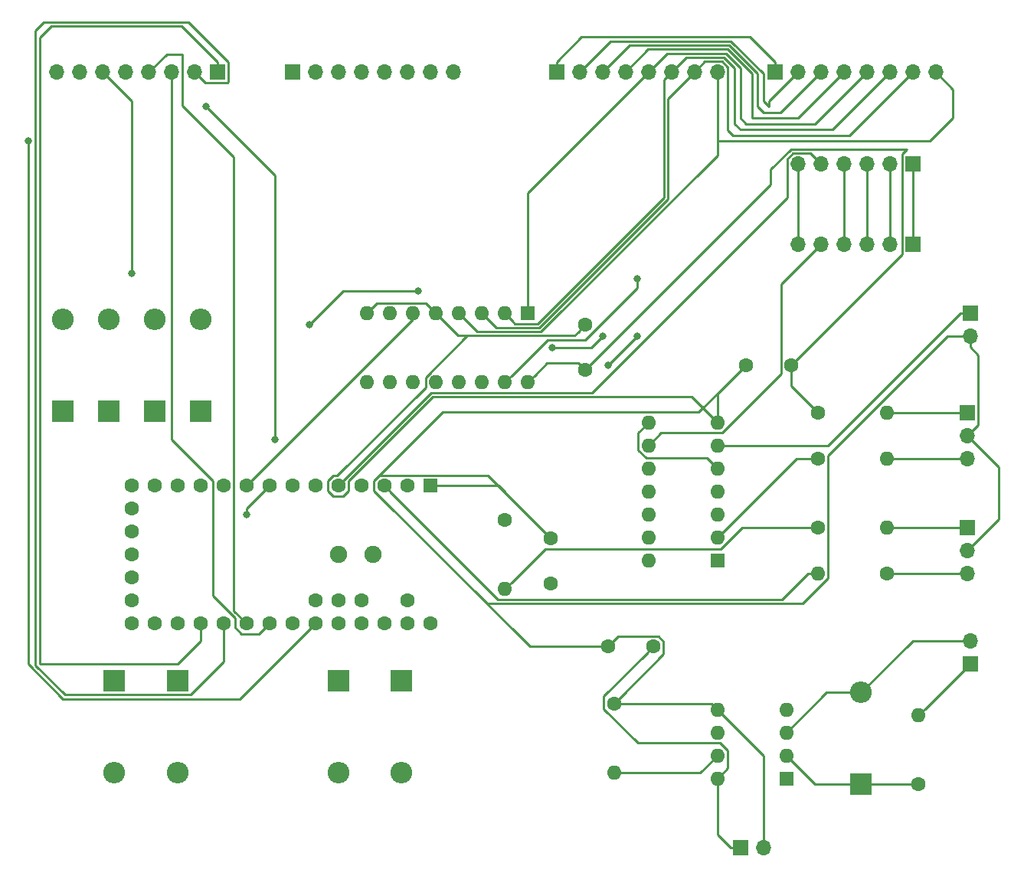
<source format=gbr>
G04 #@! TF.GenerationSoftware,KiCad,Pcbnew,(5.0.2)-1*
G04 #@! TF.CreationDate,2020-04-20T21:26:40+02:00*
G04 #@! TF.ProjectId,KorgPoly61_TeensyMidi,4b6f7267-506f-46c7-9936-315f5465656e,rev?*
G04 #@! TF.SameCoordinates,Original*
G04 #@! TF.FileFunction,Copper,L2,Bot*
G04 #@! TF.FilePolarity,Positive*
%FSLAX46Y46*%
G04 Gerber Fmt 4.6, Leading zero omitted, Abs format (unit mm)*
G04 Created by KiCad (PCBNEW (5.0.2)-1) date 20-4-2020 21:26:40*
%MOMM*%
%LPD*%
G01*
G04 APERTURE LIST*
G04 #@! TA.AperFunction,ComponentPad*
%ADD10C,1.900000*%
G04 #@! TD*
G04 #@! TA.AperFunction,ComponentPad*
%ADD11R,1.600000X1.600000*%
G04 #@! TD*
G04 #@! TA.AperFunction,ComponentPad*
%ADD12C,1.600000*%
G04 #@! TD*
G04 #@! TA.AperFunction,ComponentPad*
%ADD13O,1.600000X1.600000*%
G04 #@! TD*
G04 #@! TA.AperFunction,ComponentPad*
%ADD14O,1.700000X1.700000*%
G04 #@! TD*
G04 #@! TA.AperFunction,ComponentPad*
%ADD15R,1.700000X1.700000*%
G04 #@! TD*
G04 #@! TA.AperFunction,ComponentPad*
%ADD16O,2.400000X2.400000*%
G04 #@! TD*
G04 #@! TA.AperFunction,ComponentPad*
%ADD17R,2.400000X2.400000*%
G04 #@! TD*
G04 #@! TA.AperFunction,ViaPad*
%ADD18C,0.800000*%
G04 #@! TD*
G04 #@! TA.AperFunction,Conductor*
%ADD19C,0.250000*%
G04 #@! TD*
G04 APERTURE END LIST*
D10*
G04 #@! TO.P,U1,52*
G04 #@! TO.N,N/C*
X89535000Y-100965000D03*
X85725000Y-100965000D03*
D11*
G04 #@! TO.P,U1,1*
G04 #@! TO.N,GND*
X95885000Y-93345000D03*
D12*
G04 #@! TO.P,U1,2*
G04 #@! TO.N,MIDI_IN*
X93345000Y-93345000D03*
G04 #@! TO.P,U1,3*
G04 #@! TO.N,MIDI_OUT*
X90805000Y-93345000D03*
G04 #@! TO.P,U1,4*
G04 #@! TO.N,A0*
X88265000Y-93345000D03*
G04 #@! TO.P,U1,5*
G04 #@! TO.N,ARP_IN*
X85725000Y-93345000D03*
G04 #@! TO.P,U1,6*
G04 #@! TO.N,ARP_OUT*
X83185000Y-93345000D03*
G04 #@! TO.P,U1,7*
G04 #@! TO.N,CN29KB_8*
X80645000Y-93345000D03*
G04 #@! TO.P,U1,8*
G04 #@! TO.N,CN29KB_5*
X78105000Y-93345000D03*
G04 #@! TO.P,U1,9*
G04 #@! TO.N,A2*
X75565000Y-93345000D03*
G04 #@! TO.P,U1,10*
G04 #@! TO.N,EO*
X73025000Y-93345000D03*
G04 #@! TO.P,U1,11*
G04 #@! TO.N,CN29_4*
X70485000Y-93345000D03*
G04 #@! TO.P,U1,12*
G04 #@! TO.N,CN29_5*
X67945000Y-93345000D03*
G04 #@! TO.P,U1,13*
G04 #@! TO.N,CN29_7*
X65405000Y-93345000D03*
G04 #@! TO.P,U1,37*
G04 #@! TO.N,N/C*
X83185000Y-106045000D03*
G04 #@! TO.P,U1,36*
X85725000Y-106045000D03*
G04 #@! TO.P,U1,35*
X88265000Y-106045000D03*
G04 #@! TO.P,U1,34*
X93345000Y-106045000D03*
G04 #@! TO.P,U1,33*
G04 #@! TO.N,+5V*
X95885000Y-108585000D03*
G04 #@! TO.P,U1,32*
G04 #@! TO.N,N/C*
X93345000Y-108585000D03*
G04 #@! TO.P,U1,31*
G04 #@! TO.N,+3V3*
X90805000Y-108585000D03*
G04 #@! TO.P,U1,30*
G04 #@! TO.N,CN29_3*
X88265000Y-108585000D03*
G04 #@! TO.P,U1,29*
G04 #@! TO.N,CN29_2*
X85725000Y-108585000D03*
G04 #@! TO.P,U1,28*
G04 #@! TO.N,CN29KB_7*
X83185000Y-108585000D03*
G04 #@! TO.P,U1,27*
G04 #@! TO.N,CN29KB_6*
X80645000Y-108585000D03*
G04 #@! TO.P,U1,26*
G04 #@! TO.N,CN29KB_3*
X78105000Y-108585000D03*
G04 #@! TO.P,U1,25*
G04 #@! TO.N,CN29KB_4*
X75565000Y-108585000D03*
G04 #@! TO.P,U1,24*
G04 #@! TO.N,CN29KB_2*
X73025000Y-108585000D03*
G04 #@! TO.P,U1,23*
G04 #@! TO.N,CN29KB_1*
X70485000Y-108585000D03*
G04 #@! TO.P,U1,22*
G04 #@! TO.N,CN29_1*
X67945000Y-108585000D03*
G04 #@! TO.P,U1,21*
G04 #@! TO.N,A1*
X65405000Y-108585000D03*
G04 #@! TO.P,U1,14*
G04 #@! TO.N,CN29_8*
X62865000Y-93345000D03*
G04 #@! TO.P,U1,15*
G04 #@! TO.N,N/C*
X62865000Y-95885000D03*
G04 #@! TO.P,U1,16*
X62865000Y-98425000D03*
G04 #@! TO.P,U1,20*
G04 #@! TO.N,CN29_6*
X62865000Y-108585000D03*
G04 #@! TO.P,U1,19*
G04 #@! TO.N,N/C*
X62865000Y-106045000D03*
G04 #@! TO.P,U1,18*
X62865000Y-103505000D03*
G04 #@! TO.P,U1,17*
X62865000Y-100965000D03*
G04 #@! TD*
D13*
G04 #@! TO.P,U3,8*
G04 #@! TO.N,+5V*
X127635000Y-125730000D03*
G04 #@! TO.P,U3,4*
G04 #@! TO.N,N/C*
X135255000Y-118110000D03*
G04 #@! TO.P,U3,7*
G04 #@! TO.N,Net-(R3-Pad2)*
X127635000Y-123190000D03*
G04 #@! TO.P,U3,3*
G04 #@! TO.N,Net-(D9-Pad2)*
X135255000Y-120650000D03*
G04 #@! TO.P,U3,6*
G04 #@! TO.N,MIDI_IN*
X127635000Y-120650000D03*
G04 #@! TO.P,U3,2*
G04 #@! TO.N,Net-(D9-Pad1)*
X135255000Y-123190000D03*
G04 #@! TO.P,U3,5*
G04 #@! TO.N,GND*
X127635000Y-118110000D03*
D11*
G04 #@! TO.P,U3,1*
G04 #@! TO.N,N/C*
X135255000Y-125730000D03*
G04 #@! TD*
D13*
G04 #@! TO.P,R7,2*
G04 #@! TO.N,Net-(J10-Pad3)*
X146380170Y-90335537D03*
D12*
G04 #@! TO.P,R7,1*
G04 #@! TO.N,Net-(R7-Pad1)*
X138760170Y-90335537D03*
G04 #@! TD*
D13*
G04 #@! TO.P,R6,2*
G04 #@! TO.N,Net-(J10-Pad1)*
X146380170Y-85255537D03*
D12*
G04 #@! TO.P,R6,1*
G04 #@! TO.N,+5V*
X138760170Y-85255537D03*
G04 #@! TD*
D13*
G04 #@! TO.P,R5,2*
G04 #@! TO.N,MIDI_OUT*
X138760170Y-103035537D03*
D12*
G04 #@! TO.P,R5,1*
G04 #@! TO.N,Net-(J9-Pad3)*
X146380170Y-103035537D03*
G04 #@! TD*
D13*
G04 #@! TO.P,R4,2*
G04 #@! TO.N,Net-(J9-Pad1)*
X146380170Y-97955537D03*
D12*
G04 #@! TO.P,R4,1*
G04 #@! TO.N,+3V3*
X138760170Y-97955537D03*
G04 #@! TD*
D13*
G04 #@! TO.P,R3,2*
G04 #@! TO.N,Net-(R3-Pad2)*
X116205000Y-125095000D03*
D12*
G04 #@! TO.P,R3,1*
G04 #@! TO.N,GND*
X116205000Y-117475000D03*
G04 #@! TD*
D13*
G04 #@! TO.P,R2,2*
G04 #@! TO.N,+3V3*
X104140000Y-104775000D03*
D12*
G04 #@! TO.P,R2,1*
G04 #@! TO.N,MIDI_IN*
X104140000Y-97155000D03*
G04 #@! TD*
D13*
G04 #@! TO.P,R1,2*
G04 #@! TO.N,Net-(J8-Pad1)*
X149860000Y-118745000D03*
D12*
G04 #@! TO.P,R1,1*
G04 #@! TO.N,Net-(D9-Pad1)*
X149860000Y-126365000D03*
G04 #@! TD*
D13*
G04 #@! TO.P,U4,14*
G04 #@! TO.N,+5V*
X120015000Y-101600000D03*
G04 #@! TO.P,U4,7*
G04 #@! TO.N,GND*
X127635000Y-86360000D03*
G04 #@! TO.P,U4,13*
G04 #@! TO.N,N/C*
X120015000Y-99060000D03*
G04 #@! TO.P,U4,6*
G04 #@! TO.N,Net-(J11-Pad1)*
X127635000Y-88900000D03*
G04 #@! TO.P,U4,12*
G04 #@! TO.N,N/C*
X120015000Y-96520000D03*
G04 #@! TO.P,U4,5*
G04 #@! TO.N,Net-(U4-Pad5)*
X127635000Y-91440000D03*
G04 #@! TO.P,U4,11*
G04 #@! TO.N,N/C*
X120015000Y-93980000D03*
G04 #@! TO.P,U4,4*
G04 #@! TO.N,Net-(U4-Pad1)*
X127635000Y-93980000D03*
G04 #@! TO.P,U4,10*
G04 #@! TO.N,N/C*
X120015000Y-91440000D03*
G04 #@! TO.P,U4,3*
G04 #@! TO.N,MIDI_IN*
X127635000Y-96520000D03*
G04 #@! TO.P,U4,9*
G04 #@! TO.N,ARP_OUT*
X120015000Y-88900000D03*
G04 #@! TO.P,U4,2*
G04 #@! TO.N,Net-(R7-Pad1)*
X127635000Y-99060000D03*
G04 #@! TO.P,U4,8*
G04 #@! TO.N,Net-(U4-Pad5)*
X120015000Y-86360000D03*
D11*
G04 #@! TO.P,U4,1*
G04 #@! TO.N,Net-(U4-Pad1)*
X127635000Y-101600000D03*
G04 #@! TD*
D13*
G04 #@! TO.P,U2,16*
G04 #@! TO.N,+5V*
X106680000Y-81915000D03*
G04 #@! TO.P,U2,8*
G04 #@! TO.N,GND*
X88900000Y-74295000D03*
G04 #@! TO.P,U2,15*
G04 #@! TO.N,EO*
X104140000Y-81915000D03*
G04 #@! TO.P,U2,7*
G04 #@! TO.N,A1*
X91440000Y-74295000D03*
G04 #@! TO.P,U2,14*
G04 #@! TO.N,N/C*
X101600000Y-81915000D03*
G04 #@! TO.P,U2,6*
G04 #@! TO.N,A2*
X93980000Y-74295000D03*
G04 #@! TO.P,U2,13*
G04 #@! TO.N,Net-(J3-Pad4)*
X99060000Y-81915000D03*
G04 #@! TO.P,U2,5*
G04 #@! TO.N,GND*
X96520000Y-74295000D03*
G04 #@! TO.P,U2,12*
G04 #@! TO.N,Net-(J3-Pad3)*
X96520000Y-81915000D03*
G04 #@! TO.P,U2,4*
G04 #@! TO.N,Net-(J3-Pad8)*
X99060000Y-74295000D03*
G04 #@! TO.P,U2,11*
G04 #@! TO.N,Net-(J3-Pad2)*
X93980000Y-81915000D03*
G04 #@! TO.P,U2,3*
G04 #@! TO.N,Net-(J3-Pad7)*
X101600000Y-74295000D03*
G04 #@! TO.P,U2,10*
G04 #@! TO.N,Net-(J3-Pad1)*
X91440000Y-81915000D03*
G04 #@! TO.P,U2,2*
G04 #@! TO.N,Net-(J3-Pad6)*
X104140000Y-74295000D03*
G04 #@! TO.P,U2,9*
G04 #@! TO.N,A0*
X88900000Y-81915000D03*
D11*
G04 #@! TO.P,U2,1*
G04 #@! TO.N,Net-(J3-Pad5)*
X106680000Y-74295000D03*
G04 #@! TD*
D14*
G04 #@! TO.P,J11,2*
G04 #@! TO.N,GND*
X155575000Y-76835000D03*
D15*
G04 #@! TO.P,J11,1*
G04 #@! TO.N,Net-(J11-Pad1)*
X155575000Y-74295000D03*
G04 #@! TD*
D14*
G04 #@! TO.P,J10,3*
G04 #@! TO.N,Net-(J10-Pad3)*
X155270170Y-90335537D03*
G04 #@! TO.P,J10,2*
G04 #@! TO.N,GND*
X155270170Y-87795537D03*
D15*
G04 #@! TO.P,J10,1*
G04 #@! TO.N,Net-(J10-Pad1)*
X155270170Y-85255537D03*
G04 #@! TD*
D14*
G04 #@! TO.P,J9,3*
G04 #@! TO.N,Net-(J9-Pad3)*
X155270170Y-103035537D03*
G04 #@! TO.P,J9,2*
G04 #@! TO.N,GND*
X155270170Y-100495537D03*
D15*
G04 #@! TO.P,J9,1*
G04 #@! TO.N,Net-(J9-Pad1)*
X155270170Y-97955537D03*
G04 #@! TD*
D14*
G04 #@! TO.P,J8,2*
G04 #@! TO.N,Net-(D9-Pad2)*
X155575000Y-110490000D03*
D15*
G04 #@! TO.P,J8,1*
G04 #@! TO.N,Net-(J8-Pad1)*
X155575000Y-113030000D03*
G04 #@! TD*
D14*
G04 #@! TO.P,J7,2*
G04 #@! TO.N,GND*
X132715000Y-133350000D03*
D15*
G04 #@! TO.P,J7,1*
G04 #@! TO.N,+5V*
X130175000Y-133350000D03*
G04 #@! TD*
D14*
G04 #@! TO.P,J6,6*
G04 #@! TO.N,Net-(J5-Pad6)*
X136525000Y-57785000D03*
G04 #@! TO.P,J6,5*
G04 #@! TO.N,ARP_IN*
X139065000Y-57785000D03*
G04 #@! TO.P,J6,4*
G04 #@! TO.N,Net-(J5-Pad4)*
X141605000Y-57785000D03*
G04 #@! TO.P,J6,3*
G04 #@! TO.N,Net-(J5-Pad3)*
X144145000Y-57785000D03*
G04 #@! TO.P,J6,2*
G04 #@! TO.N,Net-(J5-Pad2)*
X146685000Y-57785000D03*
D15*
G04 #@! TO.P,J6,1*
G04 #@! TO.N,Net-(J5-Pad1)*
X149225000Y-57785000D03*
G04 #@! TD*
D14*
G04 #@! TO.P,J5,6*
G04 #@! TO.N,Net-(J5-Pad6)*
X136525000Y-66675000D03*
G04 #@! TO.P,J5,5*
G04 #@! TO.N,ARP_OUT*
X139065000Y-66675000D03*
G04 #@! TO.P,J5,4*
G04 #@! TO.N,Net-(J5-Pad4)*
X141605000Y-66675000D03*
G04 #@! TO.P,J5,3*
G04 #@! TO.N,Net-(J5-Pad3)*
X144145000Y-66675000D03*
G04 #@! TO.P,J5,2*
G04 #@! TO.N,Net-(J5-Pad2)*
X146685000Y-66675000D03*
D15*
G04 #@! TO.P,J5,1*
G04 #@! TO.N,Net-(J5-Pad1)*
X149225000Y-66675000D03*
G04 #@! TD*
D14*
G04 #@! TO.P,J4,8*
G04 #@! TO.N,Net-(J3-Pad8)*
X127635000Y-47625000D03*
G04 #@! TO.P,J4,7*
G04 #@! TO.N,Net-(J3-Pad7)*
X125095000Y-47625000D03*
G04 #@! TO.P,J4,6*
G04 #@! TO.N,Net-(J3-Pad6)*
X122555000Y-47625000D03*
G04 #@! TO.P,J4,5*
G04 #@! TO.N,Net-(J3-Pad5)*
X120015000Y-47625000D03*
G04 #@! TO.P,J4,4*
G04 #@! TO.N,Net-(J3-Pad4)*
X117475000Y-47625000D03*
G04 #@! TO.P,J4,3*
G04 #@! TO.N,Net-(J3-Pad3)*
X114935000Y-47625000D03*
G04 #@! TO.P,J4,2*
G04 #@! TO.N,Net-(J3-Pad2)*
X112395000Y-47625000D03*
D15*
G04 #@! TO.P,J4,1*
G04 #@! TO.N,Net-(J3-Pad1)*
X109855000Y-47625000D03*
G04 #@! TD*
D14*
G04 #@! TO.P,J3,8*
G04 #@! TO.N,Net-(J3-Pad8)*
X151765000Y-47625000D03*
G04 #@! TO.P,J3,7*
G04 #@! TO.N,Net-(J3-Pad7)*
X149225000Y-47625000D03*
G04 #@! TO.P,J3,6*
G04 #@! TO.N,Net-(J3-Pad6)*
X146685000Y-47625000D03*
G04 #@! TO.P,J3,5*
G04 #@! TO.N,Net-(J3-Pad5)*
X144145000Y-47625000D03*
G04 #@! TO.P,J3,4*
G04 #@! TO.N,Net-(J3-Pad4)*
X141605000Y-47625000D03*
G04 #@! TO.P,J3,3*
G04 #@! TO.N,Net-(J3-Pad3)*
X139065000Y-47625000D03*
G04 #@! TO.P,J3,2*
G04 #@! TO.N,Net-(J3-Pad2)*
X136525000Y-47625000D03*
D15*
G04 #@! TO.P,J3,1*
G04 #@! TO.N,Net-(J3-Pad1)*
X133985000Y-47625000D03*
G04 #@! TD*
D14*
G04 #@! TO.P,J2,8*
G04 #@! TO.N,CN29KB_8*
X54610000Y-47625000D03*
G04 #@! TO.P,J2,7*
G04 #@! TO.N,CN29KB_7*
X57150000Y-47625000D03*
G04 #@! TO.P,J2,6*
G04 #@! TO.N,CN29KB_6*
X59690000Y-47625000D03*
G04 #@! TO.P,J2,5*
G04 #@! TO.N,CN29KB_5*
X62230000Y-47625000D03*
G04 #@! TO.P,J2,4*
G04 #@! TO.N,CN29KB_4*
X64770000Y-47625000D03*
G04 #@! TO.P,J2,3*
G04 #@! TO.N,CN29KB_3*
X67310000Y-47625000D03*
G04 #@! TO.P,J2,2*
G04 #@! TO.N,CN29KB_2*
X69850000Y-47625000D03*
D15*
G04 #@! TO.P,J2,1*
G04 #@! TO.N,CN29KB_1*
X72390000Y-47625000D03*
G04 #@! TD*
D14*
G04 #@! TO.P,J1,8*
G04 #@! TO.N,Net-(D8-Pad2)*
X98425000Y-47625000D03*
G04 #@! TO.P,J1,7*
G04 #@! TO.N,Net-(D7-Pad2)*
X95885000Y-47625000D03*
G04 #@! TO.P,J1,6*
G04 #@! TO.N,Net-(D6-Pad2)*
X93345000Y-47625000D03*
G04 #@! TO.P,J1,5*
G04 #@! TO.N,Net-(D5-Pad2)*
X90805000Y-47625000D03*
G04 #@! TO.P,J1,4*
G04 #@! TO.N,Net-(D4-Pad2)*
X88265000Y-47625000D03*
G04 #@! TO.P,J1,3*
G04 #@! TO.N,Net-(D3-Pad2)*
X85725000Y-47625000D03*
G04 #@! TO.P,J1,2*
G04 #@! TO.N,Net-(D2-Pad2)*
X83185000Y-47625000D03*
D15*
G04 #@! TO.P,J1,1*
G04 #@! TO.N,Net-(D1-Pad2)*
X80645000Y-47625000D03*
G04 #@! TD*
D16*
G04 #@! TO.P,D9,2*
G04 #@! TO.N,Net-(D9-Pad2)*
X143510000Y-116205000D03*
D17*
G04 #@! TO.P,D9,1*
G04 #@! TO.N,Net-(D9-Pad1)*
X143510000Y-126365000D03*
G04 #@! TD*
D16*
G04 #@! TO.P,D8,2*
G04 #@! TO.N,Net-(D8-Pad2)*
X55245000Y-74930000D03*
D17*
G04 #@! TO.P,D8,1*
G04 #@! TO.N,CN29_8*
X55245000Y-85090000D03*
G04 #@! TD*
D16*
G04 #@! TO.P,D7,2*
G04 #@! TO.N,Net-(D7-Pad2)*
X60325000Y-74930000D03*
D17*
G04 #@! TO.P,D7,1*
G04 #@! TO.N,CN29_7*
X60325000Y-85090000D03*
G04 #@! TD*
D16*
G04 #@! TO.P,D6,2*
G04 #@! TO.N,Net-(D6-Pad2)*
X60960000Y-125095000D03*
D17*
G04 #@! TO.P,D6,1*
G04 #@! TO.N,CN29_6*
X60960000Y-114935000D03*
G04 #@! TD*
D16*
G04 #@! TO.P,D5,2*
G04 #@! TO.N,Net-(D5-Pad2)*
X65405000Y-74930000D03*
D17*
G04 #@! TO.P,D5,1*
G04 #@! TO.N,CN29_5*
X65405000Y-85090000D03*
G04 #@! TD*
D16*
G04 #@! TO.P,D4,2*
G04 #@! TO.N,Net-(D4-Pad2)*
X70485000Y-74930000D03*
D17*
G04 #@! TO.P,D4,1*
G04 #@! TO.N,CN29_4*
X70485000Y-85090000D03*
G04 #@! TD*
D16*
G04 #@! TO.P,D3,2*
G04 #@! TO.N,Net-(D3-Pad2)*
X92710000Y-125095000D03*
D17*
G04 #@! TO.P,D3,1*
G04 #@! TO.N,CN29_3*
X92710000Y-114935000D03*
G04 #@! TD*
D16*
G04 #@! TO.P,D2,2*
G04 #@! TO.N,Net-(D2-Pad2)*
X85725000Y-125095000D03*
D17*
G04 #@! TO.P,D2,1*
G04 #@! TO.N,CN29_2*
X85725000Y-114935000D03*
G04 #@! TD*
D16*
G04 #@! TO.P,D1,2*
G04 #@! TO.N,Net-(D1-Pad2)*
X67945000Y-125095000D03*
D17*
G04 #@! TO.P,D1,1*
G04 #@! TO.N,CN29_1*
X67945000Y-114935000D03*
G04 #@! TD*
D12*
G04 #@! TO.P,C4,2*
G04 #@! TO.N,+5V*
X120570000Y-111125000D03*
G04 #@! TO.P,C4,1*
G04 #@! TO.N,GND*
X115570000Y-111125000D03*
G04 #@! TD*
G04 #@! TO.P,C3,2*
G04 #@! TO.N,+5V*
X135810000Y-80010000D03*
G04 #@! TO.P,C3,1*
G04 #@! TO.N,GND*
X130810000Y-80010000D03*
G04 #@! TD*
G04 #@! TO.P,C2,2*
G04 #@! TO.N,+5V*
X113030000Y-80565000D03*
G04 #@! TO.P,C2,1*
G04 #@! TO.N,GND*
X113030000Y-75565000D03*
G04 #@! TD*
G04 #@! TO.P,C1,2*
G04 #@! TO.N,GND*
X109220000Y-99140000D03*
G04 #@! TO.P,C1,1*
G04 #@! TO.N,+5V*
X109220000Y-104140000D03*
G04 #@! TD*
D18*
G04 #@! TO.N,+5V*
X109358630Y-78105000D03*
X114935000Y-76835000D03*
G04 #@! TO.N,CN29KB_8*
X78740000Y-88265000D03*
X71120000Y-51435000D03*
G04 #@! TO.N,CN29KB_7*
X51435000Y-55245000D03*
G04 #@! TO.N,CN29KB_6*
X62865000Y-69850000D03*
G04 #@! TO.N,CN29KB_5*
X75565000Y-96520000D03*
G04 #@! TO.N,EO*
X82550000Y-75565000D03*
X94524999Y-71845001D03*
X115570000Y-80010000D03*
X118745000Y-76835000D03*
X118745000Y-70485000D03*
G04 #@! TD*
D19*
G04 #@! TO.N,GND*
X156120169Y-86945538D02*
X155270170Y-87795537D01*
X156445171Y-86620536D02*
X156120169Y-86945538D01*
X156445171Y-78907252D02*
X156445171Y-86620536D01*
X155575000Y-78037081D02*
X156445171Y-78907252D01*
X155575000Y-76835000D02*
X155575000Y-78037081D01*
X156120169Y-99645538D02*
X155270170Y-100495537D01*
X158750000Y-97015707D02*
X156120169Y-99645538D01*
X158750000Y-91275367D02*
X158750000Y-97015707D01*
X155270170Y-87795537D02*
X158750000Y-91275367D01*
X127635000Y-83185000D02*
X127635000Y-86360000D01*
X130810000Y-80010000D02*
X127635000Y-83185000D01*
X99999968Y-76770030D02*
X111824970Y-76770030D01*
X85184999Y-92219999D02*
X85630001Y-92219999D01*
X84599999Y-92804999D02*
X85184999Y-92219999D01*
X84599999Y-93885001D02*
X84599999Y-92804999D01*
X95394999Y-81374999D02*
X99999968Y-76770030D01*
X85184999Y-94470001D02*
X84599999Y-93885001D01*
X85630001Y-92219999D02*
X95394999Y-82455001D01*
X86265001Y-94470001D02*
X85184999Y-94470001D01*
X95394999Y-82455001D02*
X95394999Y-81374999D01*
X86850001Y-93885001D02*
X86265001Y-94470001D01*
X86850001Y-92856409D02*
X86850001Y-93885001D01*
X96216399Y-83490011D02*
X86850001Y-92856409D01*
X124765011Y-83490011D02*
X96216399Y-83490011D01*
X127635000Y-86360000D02*
X124765011Y-83490011D01*
X95720001Y-73495001D02*
X96520000Y-74295000D01*
X95394999Y-73169999D02*
X95720001Y-73495001D01*
X90025001Y-73169999D02*
X95394999Y-73169999D01*
X88900000Y-74295000D02*
X90025001Y-73169999D01*
X112230001Y-76364999D02*
X113030000Y-75565000D01*
X111824970Y-76770030D02*
X112230001Y-76364999D01*
X98995030Y-76770030D02*
X111824970Y-76770030D01*
X96520000Y-74295000D02*
X98995030Y-76770030D01*
X114438630Y-111125000D02*
X115570000Y-111125000D01*
X106919998Y-111125000D02*
X114438630Y-111125000D01*
X90264999Y-92219999D02*
X89679999Y-92804999D01*
X89679999Y-93885001D02*
X106919998Y-111125000D01*
X102299999Y-92219999D02*
X90264999Y-92219999D01*
X109220000Y-99140000D02*
X102299999Y-92219999D01*
X103425000Y-93345000D02*
X109220000Y-99140000D01*
X95885000Y-93345000D02*
X103425000Y-93345000D01*
X154372919Y-76835000D02*
X155575000Y-76835000D01*
X139885171Y-90049829D02*
X153100000Y-76835000D01*
X139885171Y-103575538D02*
X139885171Y-90049829D01*
X137110698Y-106350011D02*
X139885171Y-103575538D01*
X89679999Y-93885001D02*
X102145009Y-106350011D01*
X89679999Y-92804999D02*
X89679999Y-93885001D01*
X97249999Y-85234999D02*
X89679999Y-92804999D01*
X125585001Y-85234999D02*
X97249999Y-85234999D01*
X153100000Y-76835000D02*
X154372919Y-76835000D01*
X102145009Y-106350011D02*
X137110698Y-106350011D01*
X130810000Y-80010000D02*
X125585001Y-85234999D01*
X132715000Y-123190000D02*
X127635000Y-118110000D01*
X132715000Y-133350000D02*
X132715000Y-123190000D01*
X127000000Y-117475000D02*
X127635000Y-118110000D01*
X116205000Y-117475000D02*
X127000000Y-117475000D01*
X117004999Y-116675001D02*
X116205000Y-117475000D01*
X121695001Y-111984999D02*
X117004999Y-116675001D01*
X121695001Y-110584999D02*
X121695001Y-111984999D01*
X121110001Y-109999999D02*
X121695001Y-110584999D01*
X116695001Y-109999999D02*
X121110001Y-109999999D01*
X115570000Y-111125000D02*
X116695001Y-109999999D01*
G04 #@! TO.N,+5V*
X135810000Y-82305367D02*
X138760170Y-85255537D01*
X135810000Y-80010000D02*
X135810000Y-82305367D01*
X136609999Y-79210001D02*
X135810000Y-80010000D01*
X148049999Y-67770001D02*
X136609999Y-79210001D01*
X148049999Y-56674999D02*
X148049999Y-67770001D01*
X148565009Y-56159989D02*
X148049999Y-56674999D01*
X135774599Y-56159989D02*
X148565009Y-56159989D01*
X133534990Y-58399598D02*
X135774599Y-56159989D01*
X133534990Y-60060010D02*
X133534990Y-58399598D01*
X113030000Y-80565000D02*
X133534990Y-60060010D01*
X127635000Y-126861370D02*
X127635000Y-125730000D01*
X127635000Y-131910000D02*
X127635000Y-126861370D01*
X129075000Y-133350000D02*
X127635000Y-131910000D01*
X130175000Y-133350000D02*
X129075000Y-133350000D01*
X119770001Y-111924999D02*
X120570000Y-111125000D01*
X115079999Y-118015001D02*
X115079999Y-116615001D01*
X118839999Y-121775001D02*
X115079999Y-118015001D01*
X127885003Y-121775001D02*
X118839999Y-121775001D01*
X128760001Y-122649999D02*
X127885003Y-121775001D01*
X128760001Y-124604999D02*
X128760001Y-122649999D01*
X115079999Y-116615001D02*
X119770001Y-111924999D01*
X127635000Y-125730000D02*
X128760001Y-124604999D01*
X107479999Y-81115001D02*
X106680000Y-81915000D01*
X108829999Y-79765001D02*
X107479999Y-81115001D01*
X112230001Y-79765001D02*
X108829999Y-79765001D01*
X113030000Y-80565000D02*
X112230001Y-79765001D01*
X109358630Y-78105000D02*
X113665000Y-78105000D01*
X113665000Y-78105000D02*
X114935000Y-76835000D01*
X114935000Y-76835000D02*
X114935000Y-76835000D01*
G04 #@! TO.N,Net-(D9-Pad2)*
X149225000Y-110490000D02*
X155575000Y-110490000D01*
X143510000Y-116205000D02*
X149225000Y-110490000D01*
X139700000Y-116205000D02*
X135255000Y-120650000D01*
X143510000Y-116205000D02*
X139700000Y-116205000D01*
G04 #@! TO.N,Net-(D9-Pad1)*
X138430000Y-126365000D02*
X143510000Y-126365000D01*
X135255000Y-123190000D02*
X138430000Y-126365000D01*
X144960000Y-126365000D02*
X149860000Y-126365000D01*
X143510000Y-126365000D02*
X144960000Y-126365000D01*
G04 #@! TO.N,CN29KB_8*
X78740000Y-88265000D02*
X78740000Y-59055000D01*
X78740000Y-59055000D02*
X71120000Y-51435000D01*
X71120000Y-51435000D02*
X71120000Y-51435000D01*
G04 #@! TO.N,CN29KB_7*
X55312190Y-116910010D02*
X51435000Y-113032820D01*
X83185000Y-108585000D02*
X74859989Y-116910011D01*
X74859989Y-116910011D02*
X55312190Y-116910010D01*
X51435000Y-113032820D02*
X51435000Y-55245000D01*
X51435000Y-55245000D02*
X51435000Y-55245000D01*
G04 #@! TO.N,CN29KB_6*
X62865000Y-50800000D02*
X59690000Y-47625000D01*
X62865000Y-69850000D02*
X62865000Y-50800000D01*
G04 #@! TO.N,CN29KB_5*
X75565000Y-95885000D02*
X78105000Y-93345000D01*
X75565000Y-96520000D02*
X75565000Y-95885000D01*
G04 #@! TO.N,CN29KB_4*
X68485001Y-51340001D02*
X68485001Y-45625001D01*
X74150001Y-57005001D02*
X68485001Y-51340001D01*
X75565000Y-108585000D02*
X74150001Y-107170001D01*
X74150001Y-107170001D02*
X74150001Y-57005001D01*
X66769999Y-45625001D02*
X64770000Y-47625000D01*
X68485001Y-45625001D02*
X66769999Y-45625001D01*
G04 #@! TO.N,CN29KB_3*
X77305001Y-109384999D02*
X78105000Y-108585000D01*
X76979999Y-109710001D02*
X77305001Y-109384999D01*
X75024999Y-109710001D02*
X76979999Y-109710001D01*
X74295000Y-108980002D02*
X75024999Y-109710001D01*
X74295000Y-107951410D02*
X74295000Y-108980002D01*
X71899999Y-105556409D02*
X74295000Y-107951410D01*
X71899999Y-92804999D02*
X71899999Y-105556409D01*
X67310000Y-88215000D02*
X71899999Y-92804999D01*
X67310000Y-47625000D02*
X67310000Y-88215000D01*
G04 #@! TO.N,CN29KB_2*
X52254991Y-113216401D02*
X52254991Y-42995009D01*
X55498591Y-116460001D02*
X52254991Y-113216401D01*
X69405001Y-116460001D02*
X55498591Y-116460001D01*
X73025000Y-108585000D02*
X73025000Y-112840002D01*
X73025000Y-112840002D02*
X69405001Y-116460001D01*
X70699999Y-48474999D02*
X69850000Y-47625000D01*
X71025001Y-48800001D02*
X70699999Y-48474999D01*
X73565001Y-48735001D02*
X73500001Y-48800001D01*
X73565001Y-46514999D02*
X73565001Y-48735001D01*
X53155009Y-42094991D02*
X69144993Y-42094991D01*
X73500001Y-48800001D02*
X71025001Y-48800001D01*
X69144993Y-42094991D02*
X73565001Y-46514999D01*
X52254991Y-42995009D02*
X53155009Y-42094991D01*
G04 #@! TO.N,CN29KB_1*
X72390000Y-46525000D02*
X72390000Y-47625000D01*
X68410000Y-42545000D02*
X72390000Y-46525000D01*
X70485000Y-108585000D02*
X70485000Y-110490000D01*
X70485000Y-110490000D02*
X67945000Y-113030000D01*
X67945000Y-113030000D02*
X52705000Y-113030000D01*
X52705000Y-43815000D02*
X53975000Y-42545000D01*
X52705000Y-113030000D02*
X52705000Y-43815000D01*
X53975000Y-42545000D02*
X68410000Y-42545000D01*
G04 #@! TO.N,Net-(J3-Pad8)*
X99859999Y-75094999D02*
X99060000Y-74295000D01*
X101085021Y-76320021D02*
X99859999Y-75094999D01*
X108112801Y-76320021D02*
X101085021Y-76320021D01*
X127635000Y-56797822D02*
X108112801Y-76320021D01*
X127635000Y-47625000D02*
X127635000Y-56797822D01*
X153670000Y-49530000D02*
X151765000Y-47625000D01*
X153670000Y-52705000D02*
X153670000Y-49530000D01*
X151130000Y-55245000D02*
X153670000Y-52705000D01*
X127635000Y-47625000D02*
X127635000Y-55245000D01*
X127635000Y-55245000D02*
X151130000Y-55245000D01*
G04 #@! TO.N,Net-(J3-Pad7)*
X102399999Y-75094999D02*
X101600000Y-74295000D01*
X103175011Y-75870011D02*
X102399999Y-75094999D01*
X107926401Y-75870011D02*
X103175011Y-75870011D01*
X122155010Y-61641402D02*
X107926401Y-75870011D01*
X122155011Y-50564989D02*
X122155010Y-61641402D01*
X125095000Y-47625000D02*
X122155011Y-50564989D01*
X128810001Y-47060999D02*
X128810001Y-54069999D01*
X128199001Y-46449999D02*
X128810001Y-47060999D01*
X125095000Y-47625000D02*
X126270001Y-46449999D01*
X126270001Y-46449999D02*
X128199001Y-46449999D01*
X128810001Y-54069999D02*
X129350002Y-54610000D01*
X142240000Y-54610000D02*
X149225000Y-47625000D01*
X129350002Y-54610000D02*
X142240000Y-54610000D01*
G04 #@! TO.N,Net-(J3-Pad6)*
X104939999Y-75094999D02*
X104140000Y-74295000D01*
X105265001Y-75420001D02*
X104939999Y-75094999D01*
X107740001Y-75420001D02*
X105265001Y-75420001D01*
X121705001Y-61455001D02*
X107740001Y-75420001D01*
X121705001Y-48474999D02*
X121705001Y-61455001D01*
X122555000Y-47625000D02*
X121705001Y-48474999D01*
X128385402Y-45999990D02*
X129540000Y-47154588D01*
X122555000Y-47625000D02*
X124180011Y-45999989D01*
X124180011Y-45999989D02*
X128385402Y-45999990D01*
X129540000Y-47154588D02*
X129540000Y-53340000D01*
X129540000Y-53340000D02*
X130175000Y-53975000D01*
X140335000Y-53975000D02*
X146685000Y-47625000D01*
X130175000Y-53975000D02*
X140335000Y-53975000D01*
G04 #@! TO.N,Net-(J3-Pad5)*
X106680000Y-60960000D02*
X106680000Y-74295000D01*
X120015000Y-47625000D02*
X106680000Y-60960000D01*
X128571803Y-45549981D02*
X130175000Y-47153178D01*
X120015000Y-47625000D02*
X122090020Y-45549980D01*
X122090020Y-45549980D02*
X128571803Y-45549981D01*
X130175000Y-47153178D02*
X130175000Y-52705000D01*
X130175000Y-52705000D02*
X130810000Y-53340000D01*
X138430000Y-53340000D02*
X144145000Y-47625000D01*
X130810000Y-53340000D02*
X138430000Y-53340000D01*
G04 #@! TO.N,Net-(J3-Pad4)*
X128758204Y-45099972D02*
X131445000Y-47786768D01*
X117475000Y-47625000D02*
X120000028Y-45099972D01*
X120000028Y-45099972D02*
X128758204Y-45099972D01*
X131445000Y-47786768D02*
X131445000Y-52705000D01*
X136525000Y-52705000D02*
X141605000Y-47625000D01*
X131445000Y-52705000D02*
X136525000Y-52705000D01*
G04 #@! TO.N,Net-(J3-Pad3)*
X128944605Y-44649963D02*
X132080000Y-47785358D01*
X114935000Y-47625000D02*
X117910037Y-44649963D01*
X117910037Y-44649963D02*
X128944605Y-44649963D01*
X132080000Y-47785358D02*
X132080000Y-51435000D01*
X132080000Y-51435000D02*
X132715000Y-52070000D01*
X134620000Y-52070000D02*
X139065000Y-47625000D01*
X132715000Y-52070000D02*
X134620000Y-52070000D01*
G04 #@! TO.N,Net-(J3-Pad2)*
X129131006Y-44199954D02*
X132715000Y-47783948D01*
X112395000Y-47625000D02*
X115820046Y-44199954D01*
X115820046Y-44199954D02*
X129131006Y-44199954D01*
X132715000Y-47783948D02*
X132715000Y-50800000D01*
X132715000Y-50800000D02*
X133350000Y-51435000D01*
X133350000Y-50800000D02*
X136525000Y-47625000D01*
X133350000Y-51435000D02*
X133350000Y-50800000D01*
G04 #@! TO.N,Net-(J3-Pad1)*
X133985000Y-46525000D02*
X133985000Y-47625000D01*
X131209944Y-43749944D02*
X133985000Y-46525000D01*
X112630056Y-43749944D02*
X131209944Y-43749944D01*
X109855000Y-46525000D02*
X112630056Y-43749944D01*
X109855000Y-47625000D02*
X109855000Y-46525000D01*
G04 #@! TO.N,Net-(J5-Pad6)*
X136525000Y-57785000D02*
X136525000Y-66675000D01*
G04 #@! TO.N,ARP_OUT*
X138215001Y-67524999D02*
X139065000Y-66675000D01*
X134684999Y-71055001D02*
X138215001Y-67524999D01*
X134684999Y-80975003D02*
X134684999Y-71055001D01*
X128175001Y-87485001D02*
X134684999Y-80975003D01*
X121429999Y-87485001D02*
X128175001Y-87485001D01*
X120015000Y-88900000D02*
X121429999Y-87485001D01*
G04 #@! TO.N,Net-(J5-Pad4)*
X141605000Y-57785000D02*
X141605000Y-66675000D01*
G04 #@! TO.N,Net-(J5-Pad3)*
X144145000Y-58987081D02*
X144145000Y-66675000D01*
X144145000Y-57785000D02*
X144145000Y-58987081D01*
G04 #@! TO.N,Net-(J5-Pad2)*
X146685000Y-57785000D02*
X146685000Y-66675000D01*
G04 #@! TO.N,Net-(J5-Pad1)*
X149225000Y-58885000D02*
X149225000Y-66675000D01*
X149225000Y-57785000D02*
X149225000Y-58885000D01*
G04 #@! TO.N,ARP_IN*
X138215001Y-56935001D02*
X139065000Y-57785000D01*
X137889999Y-56609999D02*
X138215001Y-56935001D01*
X135960999Y-56609999D02*
X137889999Y-56609999D01*
X135349999Y-57220999D02*
X135960999Y-56609999D01*
X135349999Y-61500001D02*
X135349999Y-57220999D01*
X113809999Y-83040001D02*
X135349999Y-61500001D01*
X96029999Y-83040001D02*
X113809999Y-83040001D01*
X85725000Y-93345000D02*
X96029999Y-83040001D01*
G04 #@! TO.N,Net-(J8-Pad1)*
X150659999Y-117945001D02*
X155575000Y-113030000D01*
X149860000Y-118745000D02*
X150659999Y-117945001D01*
G04 #@! TO.N,Net-(J9-Pad3)*
X146380170Y-103035537D02*
X155270170Y-103035537D01*
G04 #@! TO.N,Net-(J9-Pad1)*
X155270170Y-97955537D02*
X146380170Y-97955537D01*
G04 #@! TO.N,Net-(J10-Pad3)*
X146380170Y-90335537D02*
X155270170Y-90335537D01*
G04 #@! TO.N,Net-(J10-Pad1)*
X146380170Y-85255537D02*
X155270170Y-85255537D01*
G04 #@! TO.N,Net-(J11-Pad1)*
X128766370Y-88900000D02*
X127635000Y-88900000D01*
X139870000Y-88900000D02*
X128766370Y-88900000D01*
X154475000Y-74295000D02*
X139870000Y-88900000D01*
X155575000Y-74295000D02*
X154475000Y-74295000D01*
G04 #@! TO.N,+3V3*
X104939999Y-103975001D02*
X104140000Y-104775000D01*
X108585000Y-100330000D02*
X104939999Y-103975001D01*
X128030002Y-100330000D02*
X108585000Y-100330000D01*
X130404465Y-97955537D02*
X128030002Y-100330000D01*
X138760170Y-97955537D02*
X130404465Y-97955537D01*
G04 #@! TO.N,Net-(R3-Pad2)*
X125730000Y-125095000D02*
X127635000Y-123190000D01*
X116205000Y-125095000D02*
X125730000Y-125095000D01*
G04 #@! TO.N,MIDI_OUT*
X91604999Y-94144999D02*
X90805000Y-93345000D01*
X103360001Y-105900001D02*
X91604999Y-94144999D01*
X134764336Y-105900001D02*
X103360001Y-105900001D01*
X137628800Y-103035537D02*
X134764336Y-105900001D01*
X138760170Y-103035537D02*
X137628800Y-103035537D01*
G04 #@! TO.N,Net-(R7-Pad1)*
X136359463Y-90335537D02*
X127635000Y-99060000D01*
X138760170Y-90335537D02*
X136359463Y-90335537D01*
G04 #@! TO.N,A2*
X76364999Y-92545001D02*
X75565000Y-93345000D01*
X93980000Y-74930000D02*
X76364999Y-92545001D01*
X93980000Y-74295000D02*
X93980000Y-74930000D01*
G04 #@! TO.N,EO*
X82550000Y-75565000D02*
X86269999Y-71845001D01*
X86269999Y-71845001D02*
X94524999Y-71845001D01*
X94524999Y-71845001D02*
X94524999Y-71845001D01*
X115570000Y-80010000D02*
X118745000Y-76835000D01*
X118745000Y-76835000D02*
X118745000Y-76835000D01*
X104939999Y-81115001D02*
X104140000Y-81915000D01*
X108834960Y-77220040D02*
X104939999Y-81115001D01*
X113039962Y-77220040D02*
X108834960Y-77220040D01*
X118745000Y-71515002D02*
X113039962Y-77220040D01*
X118745000Y-70485000D02*
X118745000Y-71515002D01*
G04 #@! TO.N,Net-(U4-Pad5)*
X126835001Y-90640001D02*
X127635000Y-91440000D01*
X126509999Y-90314999D02*
X126835001Y-90640001D01*
X119764997Y-90314999D02*
X126509999Y-90314999D01*
X118889999Y-89440001D02*
X119764997Y-90314999D01*
X118889999Y-87485001D02*
X118889999Y-89440001D01*
X120015000Y-86360000D02*
X118889999Y-87485001D01*
G04 #@! TD*
M02*

</source>
